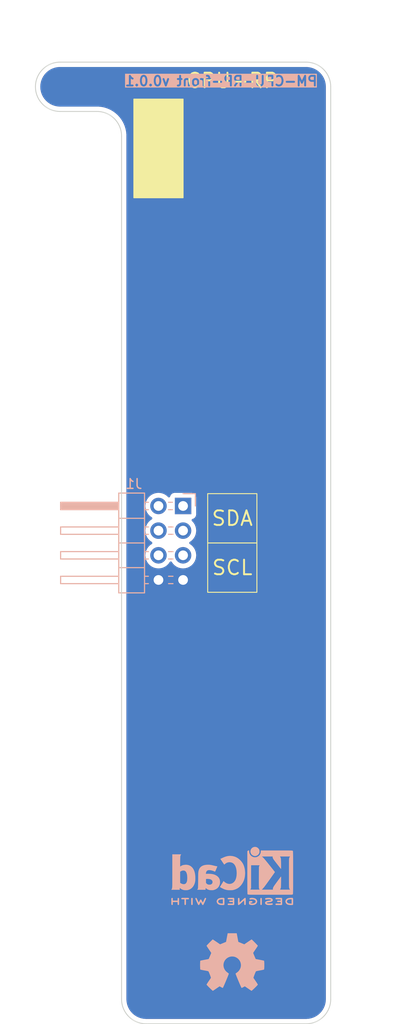
<source format=kicad_pcb>
(kicad_pcb (version 20240108) (generator "pcbnew") (generator_version "8.0")
  (title_block (title "${article} v${version}"))
  (layers (0 "F.Cu" signal) (31 "B.Cu" signal) (34 "B.Paste" user) (35 "F.Paste" user) (36 "B.SilkS" user "B.Silkscreen") (37 "F.SilkS" user "F.Silkscreen") (38 "B.Mask" user) (39 "F.Mask" user) (44 "Edge.Cuts" user))
  (property "article" "PM-CPU-RP-front")
  (property "version" "0.0.1")
  (net 0 "")
  (net 7 "GND")
  (footprint "Symbol:OSHW-Symbol_6.7x6mm_SilkScreen" (layer "B.Cu") (at 71.12 143.51 180)
    (property "Reference" "REF**" (hide yes))
    (property "Value" "OSHW-Symbol_6.7x6mm_SilkScreen" (hide yes))
  )
  (footprint "Symbol:KiCad-Logo2_5mm_SilkScreen" (layer "B.Cu") (at 71.12 134.62 180)
    (property "Reference" "Logo_kicad" (hide yes))
    (property "Value" "KiCad-Logo2_5mm_SilkScreen" (hide yes))
  )
  (footprint "Connector_PinHeader_2.54mm:PinHeader_2x04_P2.54mm_Horizontal" (layer "B.Cu") (at 66.04 96.52 180)
    (property "Reference" "J1" (at 5.08 2.27 0) (layer "B.SilkS") (effects (justify mirror)))
    (property "Value" "PinHeader_02x04_P2.54_THT_angle")
    (pad "1" thru_hole rect (at 0 0 180) (size 1.7 1.7) (drill 1) (layers "*.Cu" "*.Mask"))
    (pad "2" thru_hole oval (at 2.54 0 180) (size 1.7 1.7) (drill 1) (layers "*.Cu" "*.Mask"))
    (pad "3" thru_hole oval (at 0 -2.54 180) (size 1.7 1.7) (drill 1) (layers "*.Cu" "*.Mask"))
    (pad "4" thru_hole oval (at 2.54 -2.54 180) (size 1.7 1.7) (drill 1) (layers "*.Cu" "*.Mask"))
    (pad "5" thru_hole oval (at 0 -5.08 180) (size 1.7 1.7) (drill 1) (layers "*.Cu" "*.Mask"))
    (pad "6" thru_hole oval (at 2.54 -5.08 180) (size 1.7 1.7) (drill 1) (layers "*.Cu" "*.Mask"))
    (pad "7" thru_hole oval (at 0 -7.62 180) (size 1.7 1.7) (drill 1) (layers "*.Cu" "*.Mask") (net 7 "GND"))
    (pad "8" thru_hole oval (at 2.54 -7.62 180) (size 1.7 1.7) (drill 1) (layers "*.Cu" "*.Mask") (net 7 "GND"))
  )
  (gr_rect (start 68.58 100.33) (end 73.66 105.41) (stroke (width 0.1)) (fill none) (layer "F.SilkS"))
  (gr_rect (start 68.58 95.25) (end 73.66 100.33) (stroke (width 0.1)) (fill none) (layer "F.SilkS"))
  (gr_rect (start 60.96 54.61) (end 66.04 64.77) (stroke (width 0.1)) (fill solid) (layer "F.SilkS"))
  (gr_line (start 53.34 55.88) (end 57.15 55.88) (stroke (width 0.1)) (layer "Edge.Cuts"))
  (gr_line (start 53.34 50.8) (end 78.74 50.8) (stroke (width 0.1)) (layer "Edge.Cuts"))
  (gr_line (start 59.69 58.42) (end 59.69 147.32) (stroke (width 0.1)) (layer "Edge.Cuts"))
  (gr_arc (start 62.23 149.86) (mid 60.433949 149.116051) (end 59.69 147.32) (stroke (width 0.1)) (layer "Edge.Cuts"))
  (gr_arc (start 78.74 50.8) (mid 80.536051 51.543949) (end 81.28 53.34) (stroke (width 0.1)) (layer "Edge.Cuts"))
  (gr_line (start 81.28 53.34) (end 81.28 147.32) (stroke (width 0.1)) (layer "Edge.Cuts"))
  (gr_arc (start 53.34 55.88) (mid 51.543949 55.136051) (end 50.8 53.34) (stroke (width 0.1)) (layer "Edge.Cuts"))
  (gr_arc (start 57.15 55.88) (mid 58.946051 56.623949) (end 59.69 58.42) (stroke (width 0.1)) (layer "Edge.Cuts"))
  (gr_line (start 62.23 149.86) (end 78.74 149.86) (stroke (width 0.1)) (layer "Edge.Cuts"))
  (gr_arc (start 50.8 53.34) (mid 51.543949 51.543949) (end 53.34 50.8) (stroke (width 0.1)) (layer "Edge.Cuts"))
  (gr_arc (start 81.28 147.32) (mid 80.536051 149.116051) (end 78.74 149.86) (stroke (width 0.1)) (layer "Edge.Cuts"))
  (gr_text "${article} v${version}" (at 80.01 53.34 0) (layer "B.SilkS" knockout) (effects (font (size 1 1) (thickness 0.2) (bold yes)) (justify left bottom mirror)))
  (gr_text "CPU-RP" (at 71.12 52.705 0) (layer "F.SilkS") (effects (font (size 1.5 1.5) (thickness 0.2))))
  (gr_text "SDA" (at 71.12 97.79 0) (layer "F.SilkS") (effects (font (size 1.5 1.5) (thickness 0.2))))
  (gr_text "SCL" (at 71.12 102.87 0) (layer "F.SilkS") (effects (font (size 1.5 1.5) (thickness 0.2))))
  (zone (net 7) (net_name "GND") (layers "F&B.Cu") (connect_pads yes (clearance 0.5)) (min_thickness 0.25) (fill yes (thermal_gap 0.5) (thermal_bridge_width 0.5))
    (polygon (pts (xy 50.8 50.8) (xy 81.28 50.8) (xy 81.28 149.86) (xy 50.8 149.86)))
  )
)
</source>
